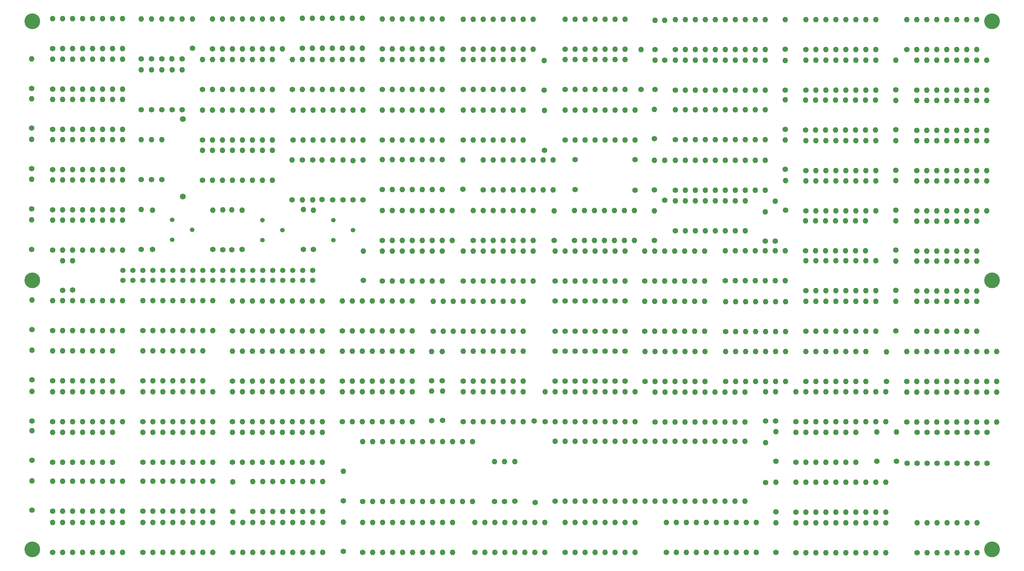
<source format=gbr>
%TF.GenerationSoftware,KiCad,Pcbnew,(5.1.12)-1*%
%TF.CreationDate,2023-01-17T10:30:05+01:00*%
%TF.ProjectId,Graphics,47726170-6869-4637-932e-6b696361645f,rev?*%
%TF.SameCoordinates,Original*%
%TF.FileFunction,Soldermask,Top*%
%TF.FilePolarity,Negative*%
%FSLAX46Y46*%
G04 Gerber Fmt 4.6, Leading zero omitted, Abs format (unit mm)*
G04 Created by KiCad (PCBNEW (5.1.12)-1) date 2023-01-17 10:30:05*
%MOMM*%
%LPD*%
G01*
G04 APERTURE LIST*
%ADD10O,1.400000X1.400000*%
%ADD11C,1.400000*%
%ADD12C,1.500000*%
%ADD13C,1.350000*%
%ADD14O,1.200000X1.200000*%
%ADD15C,4.000000*%
G04 APERTURE END LIST*
D10*
%TO.C,U17*%
X70880000Y-33280000D03*
X88660000Y-40900000D03*
X73420000Y-33280000D03*
X86120000Y-40900000D03*
X75960000Y-33280000D03*
X83580000Y-40900000D03*
X78500000Y-33280000D03*
X81040000Y-40900000D03*
X81040000Y-33280000D03*
X78500000Y-40900000D03*
X83580000Y-33280000D03*
X75960000Y-40900000D03*
X86120000Y-33280000D03*
X73420000Y-40900000D03*
X88660000Y-33280000D03*
D11*
X70880000Y-40900000D03*
%TD*%
D10*
%TO.C,U8*%
X73420000Y-22880000D03*
X91200000Y-30500000D03*
X75960000Y-22880000D03*
X88660000Y-30500000D03*
X78500000Y-22880000D03*
X86120000Y-30500000D03*
X81040000Y-22880000D03*
X83580000Y-30500000D03*
X83580000Y-22880000D03*
X81040000Y-30500000D03*
X86120000Y-22880000D03*
X78500000Y-30500000D03*
X88660000Y-22880000D03*
X75960000Y-30500000D03*
X91200000Y-22880000D03*
D11*
X73420000Y-30500000D03*
%TD*%
D10*
%TO.C,C3*%
X68300000Y-22900000D03*
D11*
X68300000Y-30400000D03*
%TD*%
D10*
%TO.C,R1*%
X65700000Y-22940000D03*
D11*
X65700000Y-33100000D03*
%TD*%
D10*
%TO.C,R2*%
X63090000Y-33100000D03*
D11*
X63090000Y-22940000D03*
%TD*%
D10*
%TO.C,R4*%
X57900000Y-22940000D03*
D11*
X57900000Y-33100000D03*
%TD*%
D10*
%TO.C,R3*%
X60500000Y-22940000D03*
D11*
X60500000Y-33100000D03*
%TD*%
D10*
%TO.C,R5*%
X55300000Y-22940000D03*
D11*
X55300000Y-33100000D03*
%TD*%
D10*
%TO.C,U9*%
X32750000Y-22820000D03*
X50530000Y-30440000D03*
X35290000Y-22820000D03*
X47990000Y-30440000D03*
X37830000Y-22820000D03*
X45450000Y-30440000D03*
X40370000Y-22820000D03*
X42910000Y-30440000D03*
X42910000Y-22820000D03*
X40370000Y-30440000D03*
X45450000Y-22820000D03*
X37830000Y-30440000D03*
X47990000Y-22820000D03*
X35290000Y-30440000D03*
X50530000Y-22820000D03*
D11*
X32750000Y-30440000D03*
%TD*%
D10*
%TO.C,U18*%
X32760000Y-33160000D03*
X50540000Y-40780000D03*
X35300000Y-33160000D03*
X48000000Y-40780000D03*
X37840000Y-33160000D03*
X45460000Y-40780000D03*
X40380000Y-33160000D03*
X42920000Y-40780000D03*
X42920000Y-33160000D03*
X40380000Y-40780000D03*
X45460000Y-33160000D03*
X37840000Y-40780000D03*
X48000000Y-33160000D03*
X35300000Y-40780000D03*
X50540000Y-33160000D03*
D11*
X32760000Y-40780000D03*
%TD*%
D10*
%TO.C,R11*%
X55300000Y-35840000D03*
D11*
X55300000Y-46000000D03*
%TD*%
D10*
%TO.C,R10*%
X57900000Y-35840000D03*
D11*
X57900000Y-46000000D03*
%TD*%
D10*
%TO.C,R9*%
X60510000Y-35840000D03*
D11*
X60510000Y-46000000D03*
%TD*%
D10*
%TO.C,R8*%
X63170000Y-35840000D03*
D11*
X63170000Y-46000000D03*
%TD*%
D10*
%TO.C,R7*%
X65700000Y-35840000D03*
D11*
X65700000Y-46000000D03*
%TD*%
D10*
%TO.C,C8*%
X27475000Y-33075000D03*
D11*
X27475000Y-40575000D03*
%TD*%
D10*
%TO.C,U27*%
X32740000Y-43440000D03*
X50520000Y-51060000D03*
X35280000Y-43440000D03*
X47980000Y-51060000D03*
X37820000Y-43440000D03*
X45440000Y-51060000D03*
X40360000Y-43440000D03*
X42900000Y-51060000D03*
X42900000Y-43440000D03*
X40360000Y-51060000D03*
X45440000Y-43440000D03*
X37820000Y-51060000D03*
X47980000Y-43440000D03*
X35280000Y-51060000D03*
X50520000Y-43440000D03*
D11*
X32740000Y-51060000D03*
%TD*%
D10*
%TO.C,C12*%
X27450000Y-43225000D03*
D11*
X27450000Y-50725000D03*
%TD*%
D10*
%TO.C,U26*%
X70880000Y-46080000D03*
X88660000Y-53700000D03*
X73420000Y-46080000D03*
X86120000Y-53700000D03*
X75960000Y-46080000D03*
X83580000Y-53700000D03*
X78500000Y-46080000D03*
X81040000Y-53700000D03*
X81040000Y-46080000D03*
X78500000Y-53700000D03*
X83580000Y-46080000D03*
X75960000Y-53700000D03*
X86120000Y-46080000D03*
X73420000Y-53700000D03*
X88660000Y-46080000D03*
D11*
X70880000Y-53700000D03*
%TD*%
D10*
%TO.C,U34*%
X70870000Y-56400000D03*
X88650000Y-64020000D03*
X73410000Y-56400000D03*
X86110000Y-64020000D03*
X75950000Y-56400000D03*
X83570000Y-64020000D03*
X78490000Y-56400000D03*
X81030000Y-64020000D03*
X81030000Y-56400000D03*
X78490000Y-64020000D03*
X83570000Y-56400000D03*
X75950000Y-64020000D03*
X86110000Y-56400000D03*
X73410000Y-64020000D03*
X88650000Y-56400000D03*
D11*
X70870000Y-64020000D03*
%TD*%
D12*
%TO.C,R29*%
X65900000Y-48400000D03*
X65900000Y-68100000D03*
%TD*%
D10*
%TO.C,R16*%
X60560000Y-53640000D03*
D11*
X60560000Y-63800000D03*
%TD*%
D10*
%TO.C,R17*%
X57900000Y-53640000D03*
D11*
X57900000Y-63800000D03*
%TD*%
D10*
%TO.C,R18*%
X55300000Y-53640000D03*
D11*
X55300000Y-63800000D03*
%TD*%
D10*
%TO.C,U35*%
X32730000Y-53650000D03*
X50510000Y-61270000D03*
X35270000Y-53650000D03*
X47970000Y-61270000D03*
X37810000Y-53650000D03*
X45430000Y-61270000D03*
X40350000Y-53650000D03*
X42890000Y-61270000D03*
X42890000Y-53650000D03*
X40350000Y-61270000D03*
X45430000Y-53650000D03*
X37810000Y-61270000D03*
X47970000Y-53650000D03*
X35270000Y-61270000D03*
X50510000Y-53650000D03*
D11*
X32730000Y-61270000D03*
%TD*%
D10*
%TO.C,C19*%
X27475000Y-53550000D03*
D11*
X27475000Y-61050000D03*
%TD*%
D10*
%TO.C,C20*%
X27475000Y-63750000D03*
D11*
X27475000Y-71250000D03*
%TD*%
D10*
%TO.C,U44*%
X32750000Y-63920000D03*
X50530000Y-71540000D03*
X35290000Y-63920000D03*
X47990000Y-71540000D03*
X37830000Y-63920000D03*
X45450000Y-71540000D03*
X40370000Y-63920000D03*
X42910000Y-71540000D03*
X42910000Y-63920000D03*
X40370000Y-71540000D03*
X45450000Y-63920000D03*
X37830000Y-71540000D03*
X47990000Y-63920000D03*
X35290000Y-71540000D03*
X50530000Y-63920000D03*
D11*
X32750000Y-71540000D03*
%TD*%
D10*
%TO.C,C30*%
X27475000Y-74075000D03*
D11*
X27475000Y-81575000D03*
%TD*%
D10*
%TO.C,U52*%
X32750000Y-74160000D03*
X50530000Y-81780000D03*
X35290000Y-74160000D03*
X47990000Y-81780000D03*
X37830000Y-74160000D03*
X45450000Y-81780000D03*
X40370000Y-74160000D03*
X42910000Y-81780000D03*
X42910000Y-74160000D03*
X40370000Y-81780000D03*
X45450000Y-74160000D03*
X37830000Y-81780000D03*
X47990000Y-74160000D03*
X35290000Y-81780000D03*
X50530000Y-74160000D03*
D11*
X32750000Y-81780000D03*
%TD*%
D10*
%TO.C,C27*%
X80910000Y-71590000D03*
D11*
X80910000Y-81590000D03*
%TD*%
D10*
%TO.C,R23*%
X78300000Y-71540000D03*
D11*
X78300000Y-81700000D03*
%TD*%
D10*
%TO.C,R24*%
X76020000Y-71550000D03*
D11*
X76020000Y-81710000D03*
%TD*%
D10*
%TO.C,C28*%
X73510000Y-71610000D03*
D11*
X73510000Y-81610000D03*
%TD*%
D10*
%TO.C,C29*%
X58170000Y-71610000D03*
D11*
X58170000Y-81610000D03*
%TD*%
D10*
%TO.C,R20*%
X55320000Y-71450000D03*
D11*
X55320000Y-81610000D03*
%TD*%
D10*
%TO.C,C35*%
X35290000Y-84470000D03*
D11*
X35290000Y-91970000D03*
%TD*%
D10*
%TO.C,C34*%
X37840000Y-84460000D03*
D11*
X37840000Y-91960000D03*
%TD*%
D10*
%TO.C,U100*%
X78550000Y-151100000D03*
X101410000Y-158720000D03*
X81090000Y-151100000D03*
X98870000Y-158720000D03*
X83630000Y-151100000D03*
X96330000Y-158720000D03*
X86170000Y-151100000D03*
X93790000Y-158720000D03*
X88710000Y-151100000D03*
X91250000Y-158720000D03*
X91250000Y-151100000D03*
X88710000Y-158720000D03*
X93790000Y-151100000D03*
X86170000Y-158720000D03*
X96330000Y-151100000D03*
X83630000Y-158720000D03*
X98870000Y-151100000D03*
X81090000Y-158720000D03*
X101410000Y-151100000D03*
D11*
X78550000Y-158720000D03*
%TD*%
D10*
%TO.C,U91*%
X83630000Y-140680000D03*
X101410000Y-148300000D03*
X86170000Y-140680000D03*
X98870000Y-148300000D03*
X88710000Y-140680000D03*
X96330000Y-148300000D03*
X91250000Y-140680000D03*
X93790000Y-148300000D03*
X93790000Y-140680000D03*
X91250000Y-148300000D03*
X96330000Y-140680000D03*
X88710000Y-148300000D03*
X98870000Y-140680000D03*
X86170000Y-148300000D03*
X101410000Y-140680000D03*
D11*
X83630000Y-148300000D03*
%TD*%
D10*
%TO.C,C53*%
X78600000Y-140810000D03*
D11*
X78600000Y-148310000D03*
%TD*%
D10*
%TO.C,U101*%
X55690000Y-151090000D03*
X73470000Y-158710000D03*
X58230000Y-151090000D03*
X70930000Y-158710000D03*
X60770000Y-151090000D03*
X68390000Y-158710000D03*
X63310000Y-151090000D03*
X65850000Y-158710000D03*
X65850000Y-151090000D03*
X63310000Y-158710000D03*
X68390000Y-151090000D03*
X60770000Y-158710000D03*
X70930000Y-151090000D03*
X58230000Y-158710000D03*
X73470000Y-151090000D03*
D11*
X55690000Y-158710000D03*
%TD*%
D10*
%TO.C,U92*%
X55700000Y-140630000D03*
X73480000Y-148250000D03*
X58240000Y-140630000D03*
X70940000Y-148250000D03*
X60780000Y-140630000D03*
X68400000Y-148250000D03*
X63320000Y-140630000D03*
X65860000Y-148250000D03*
X65860000Y-140630000D03*
X63320000Y-148250000D03*
X68400000Y-140630000D03*
X60780000Y-148250000D03*
X70940000Y-140630000D03*
X58240000Y-148250000D03*
X73480000Y-140630000D03*
D11*
X55700000Y-148250000D03*
%TD*%
D10*
%TO.C,U93*%
X32780000Y-140620000D03*
X50560000Y-148240000D03*
X35320000Y-140620000D03*
X48020000Y-148240000D03*
X37860000Y-140620000D03*
X45480000Y-148240000D03*
X40400000Y-140620000D03*
X42940000Y-148240000D03*
X42940000Y-140620000D03*
X40400000Y-148240000D03*
X45480000Y-140620000D03*
X37860000Y-148240000D03*
X48020000Y-140620000D03*
X35320000Y-148240000D03*
X50560000Y-140620000D03*
D11*
X32780000Y-148240000D03*
%TD*%
D10*
%TO.C,U102*%
X32780000Y-151090000D03*
X50560000Y-158710000D03*
X35320000Y-151090000D03*
X48020000Y-158710000D03*
X37860000Y-151090000D03*
X45480000Y-158710000D03*
X40400000Y-151090000D03*
X42940000Y-158710000D03*
X42940000Y-151090000D03*
X40400000Y-158710000D03*
X45480000Y-151090000D03*
X37860000Y-158710000D03*
X48020000Y-151090000D03*
X35320000Y-158710000D03*
X50560000Y-151090000D03*
D11*
X32780000Y-158710000D03*
%TD*%
D10*
%TO.C,C54*%
X27500000Y-140500000D03*
D11*
X27500000Y-148000000D03*
%TD*%
D10*
%TO.C,U81*%
X32780000Y-117840000D03*
X50560000Y-125460000D03*
X35320000Y-117840000D03*
X48020000Y-125460000D03*
X37860000Y-117840000D03*
X45480000Y-125460000D03*
X40400000Y-117840000D03*
X42940000Y-125460000D03*
X42940000Y-117840000D03*
X40400000Y-125460000D03*
X45480000Y-117840000D03*
X37860000Y-125460000D03*
X48020000Y-117840000D03*
X35320000Y-125460000D03*
X50560000Y-117840000D03*
D11*
X32780000Y-125460000D03*
%TD*%
D10*
%TO.C,C46*%
X27500000Y-117750000D03*
D11*
X27500000Y-125250000D03*
%TD*%
D10*
%TO.C,C58*%
X27500000Y-127750000D03*
D11*
X27500000Y-135250000D03*
%TD*%
D10*
%TO.C,U88*%
X32750000Y-128150000D03*
X47990000Y-135770000D03*
X35290000Y-128150000D03*
X45450000Y-135770000D03*
X37830000Y-128150000D03*
X42910000Y-135770000D03*
X40370000Y-128150000D03*
X40370000Y-135770000D03*
X42910000Y-128150000D03*
X37830000Y-135770000D03*
X45450000Y-128150000D03*
X35290000Y-135770000D03*
X47990000Y-128150000D03*
D11*
X32750000Y-135770000D03*
%TD*%
D10*
%TO.C,U87*%
X55690000Y-128170000D03*
X73470000Y-135790000D03*
X58230000Y-128170000D03*
X70930000Y-135790000D03*
X60770000Y-128170000D03*
X68390000Y-135790000D03*
X63310000Y-128170000D03*
X65850000Y-135790000D03*
X65850000Y-128170000D03*
X63310000Y-135790000D03*
X68390000Y-128170000D03*
X60770000Y-135790000D03*
X70930000Y-128170000D03*
X58230000Y-135790000D03*
X73470000Y-128170000D03*
D11*
X55690000Y-135790000D03*
%TD*%
D10*
%TO.C,U86*%
X78520000Y-128180000D03*
X101380000Y-135800000D03*
X81060000Y-128180000D03*
X98840000Y-135800000D03*
X83600000Y-128180000D03*
X96300000Y-135800000D03*
X86140000Y-128180000D03*
X93760000Y-135800000D03*
X88680000Y-128180000D03*
X91220000Y-135800000D03*
X91220000Y-128180000D03*
X88680000Y-135800000D03*
X93760000Y-128180000D03*
X86140000Y-135800000D03*
X96300000Y-128180000D03*
X83600000Y-135800000D03*
X98840000Y-128180000D03*
X81060000Y-135800000D03*
X101380000Y-128180000D03*
D11*
X78520000Y-135800000D03*
%TD*%
D10*
%TO.C,U80*%
X55700000Y-117850000D03*
X73480000Y-125470000D03*
X58240000Y-117850000D03*
X70940000Y-125470000D03*
X60780000Y-117850000D03*
X68400000Y-125470000D03*
X63320000Y-117850000D03*
X65860000Y-125470000D03*
X65860000Y-117850000D03*
X63320000Y-125470000D03*
X68400000Y-117850000D03*
X60780000Y-125470000D03*
X70940000Y-117850000D03*
X58240000Y-125470000D03*
X73480000Y-117850000D03*
D11*
X55700000Y-125470000D03*
%TD*%
D10*
%TO.C,U79*%
X78520000Y-117860000D03*
X101380000Y-125480000D03*
X81060000Y-117860000D03*
X98840000Y-125480000D03*
X83600000Y-117860000D03*
X96300000Y-125480000D03*
X86140000Y-117860000D03*
X93760000Y-125480000D03*
X88680000Y-117860000D03*
X91220000Y-125480000D03*
X91220000Y-117860000D03*
X88680000Y-125480000D03*
X93760000Y-117860000D03*
X86140000Y-125480000D03*
X96300000Y-117860000D03*
X83600000Y-125480000D03*
X98840000Y-117860000D03*
X81060000Y-125480000D03*
X101380000Y-117860000D03*
D11*
X78520000Y-125480000D03*
%TD*%
D10*
%TO.C,U70*%
X78520000Y-107480000D03*
X101380000Y-115100000D03*
X81060000Y-107480000D03*
X98840000Y-115100000D03*
X83600000Y-107480000D03*
X96300000Y-115100000D03*
X86140000Y-107480000D03*
X93760000Y-115100000D03*
X88680000Y-107480000D03*
X91220000Y-115100000D03*
X91220000Y-107480000D03*
X88680000Y-115100000D03*
X93760000Y-107480000D03*
X86140000Y-115100000D03*
X96300000Y-107480000D03*
X83600000Y-115100000D03*
X98840000Y-107480000D03*
X81060000Y-115100000D03*
X101380000Y-107480000D03*
D11*
X78520000Y-115100000D03*
%TD*%
D10*
%TO.C,U71*%
X55700000Y-107380000D03*
X70940000Y-115000000D03*
X58240000Y-107380000D03*
X68400000Y-115000000D03*
X60780000Y-107380000D03*
X65860000Y-115000000D03*
X63320000Y-107380000D03*
X63320000Y-115000000D03*
X65860000Y-107380000D03*
X60780000Y-115000000D03*
X68400000Y-107380000D03*
X58240000Y-115000000D03*
X70940000Y-107380000D03*
D11*
X55700000Y-115000000D03*
%TD*%
D10*
%TO.C,U72*%
X32750000Y-107380000D03*
X47990000Y-115000000D03*
X35290000Y-107380000D03*
X45450000Y-115000000D03*
X37830000Y-107380000D03*
X42910000Y-115000000D03*
X40370000Y-107380000D03*
X40370000Y-115000000D03*
X42910000Y-107380000D03*
X37830000Y-115000000D03*
X45450000Y-107380000D03*
X35290000Y-115000000D03*
X47990000Y-107380000D03*
D11*
X32750000Y-115000000D03*
%TD*%
D10*
%TO.C,C41*%
X27500000Y-107250000D03*
D11*
X27500000Y-114750000D03*
%TD*%
D10*
%TO.C,C37*%
X27500000Y-94500000D03*
D11*
X27500000Y-102000000D03*
%TD*%
D10*
%TO.C,U62*%
X32750000Y-94650000D03*
X50530000Y-102270000D03*
X35290000Y-94650000D03*
X47990000Y-102270000D03*
X37830000Y-94650000D03*
X45450000Y-102270000D03*
X40370000Y-94650000D03*
X42910000Y-102270000D03*
X42910000Y-94650000D03*
X40370000Y-102270000D03*
X45450000Y-94650000D03*
X37830000Y-102270000D03*
X47990000Y-94650000D03*
X35290000Y-102270000D03*
X50530000Y-94650000D03*
D11*
X32750000Y-102270000D03*
%TD*%
D10*
%TO.C,U61*%
X55700000Y-94650000D03*
X73480000Y-102270000D03*
X58240000Y-94650000D03*
X70940000Y-102270000D03*
X60780000Y-94650000D03*
X68400000Y-102270000D03*
X63320000Y-94650000D03*
X65860000Y-102270000D03*
X65860000Y-94650000D03*
X63320000Y-102270000D03*
X68400000Y-94650000D03*
X60780000Y-102270000D03*
X70940000Y-94650000D03*
X58240000Y-102270000D03*
X73480000Y-94650000D03*
D11*
X55700000Y-102270000D03*
%TD*%
D10*
%TO.C,U60*%
X78520000Y-94680000D03*
X101380000Y-102300000D03*
X81060000Y-94680000D03*
X98840000Y-102300000D03*
X83600000Y-94680000D03*
X96300000Y-102300000D03*
X86140000Y-94680000D03*
X93760000Y-102300000D03*
X88680000Y-94680000D03*
X91220000Y-102300000D03*
X91220000Y-94680000D03*
X88680000Y-102300000D03*
X93760000Y-94680000D03*
X86140000Y-102300000D03*
X96300000Y-94680000D03*
X83600000Y-102300000D03*
X98840000Y-94680000D03*
X81060000Y-102300000D03*
X101380000Y-94680000D03*
D11*
X78520000Y-102300000D03*
%TD*%
D10*
%TO.C,U59*%
X106450000Y-94680000D03*
X124230000Y-102300000D03*
X108990000Y-94680000D03*
X121690000Y-102300000D03*
X111530000Y-94680000D03*
X119150000Y-102300000D03*
X114070000Y-94680000D03*
X116610000Y-102300000D03*
X116610000Y-94680000D03*
X114070000Y-102300000D03*
X119150000Y-94680000D03*
X111530000Y-102300000D03*
X121690000Y-94680000D03*
X108990000Y-102300000D03*
X124230000Y-94680000D03*
D11*
X106450000Y-102300000D03*
%TD*%
D10*
%TO.C,U58*%
X129500000Y-94760000D03*
X152360000Y-102380000D03*
X132040000Y-94760000D03*
X149820000Y-102380000D03*
X134580000Y-94760000D03*
X147280000Y-102380000D03*
X137120000Y-94760000D03*
X144740000Y-102380000D03*
X139660000Y-94760000D03*
X142200000Y-102380000D03*
X142200000Y-94760000D03*
X139660000Y-102380000D03*
X144740000Y-94760000D03*
X137120000Y-102380000D03*
X147280000Y-94760000D03*
X134580000Y-102380000D03*
X149820000Y-94760000D03*
X132040000Y-102380000D03*
X152360000Y-94760000D03*
D11*
X129500000Y-102380000D03*
%TD*%
D10*
%TO.C,U68*%
X137120000Y-107480000D03*
X152360000Y-115100000D03*
X139660000Y-107480000D03*
X149820000Y-115100000D03*
X142200000Y-107480000D03*
X147280000Y-115100000D03*
X144740000Y-107480000D03*
X144740000Y-115100000D03*
X147280000Y-107480000D03*
X142200000Y-115100000D03*
X149820000Y-107480000D03*
X139660000Y-115100000D03*
X152360000Y-107480000D03*
D11*
X137120000Y-115100000D03*
%TD*%
D10*
%TO.C,C39*%
X131860000Y-107570000D03*
D11*
X131860000Y-115070000D03*
%TD*%
D10*
%TO.C,C40*%
X129130000Y-107570000D03*
D11*
X129130000Y-115070000D03*
%TD*%
D10*
%TO.C,U69*%
X106450000Y-107490000D03*
X124230000Y-115110000D03*
X108990000Y-107490000D03*
X121690000Y-115110000D03*
X111530000Y-107490000D03*
X119150000Y-115110000D03*
X114070000Y-107490000D03*
X116610000Y-115110000D03*
X116610000Y-107490000D03*
X114070000Y-115110000D03*
X119150000Y-107490000D03*
X111530000Y-115110000D03*
X121690000Y-107490000D03*
X108990000Y-115110000D03*
X124230000Y-107490000D03*
D11*
X106450000Y-115110000D03*
%TD*%
D10*
%TO.C,U78*%
X106460000Y-117860000D03*
X124240000Y-125480000D03*
X109000000Y-117860000D03*
X121700000Y-125480000D03*
X111540000Y-117860000D03*
X119160000Y-125480000D03*
X114080000Y-117860000D03*
X116620000Y-125480000D03*
X116620000Y-117860000D03*
X114080000Y-125480000D03*
X119160000Y-117860000D03*
X111540000Y-125480000D03*
X121700000Y-117860000D03*
X109000000Y-125480000D03*
X124240000Y-117860000D03*
D11*
X106460000Y-125480000D03*
%TD*%
D10*
%TO.C,C45*%
X129140000Y-117660000D03*
D11*
X129140000Y-125160000D03*
%TD*%
D10*
%TO.C,C44*%
X131890000Y-117640000D03*
D11*
X131890000Y-125140000D03*
%TD*%
D10*
%TO.C,U77*%
X137120000Y-117860000D03*
X152360000Y-125480000D03*
X139660000Y-117860000D03*
X149820000Y-125480000D03*
X142200000Y-117860000D03*
X147280000Y-125480000D03*
X144740000Y-117860000D03*
X144740000Y-125480000D03*
X147280000Y-117860000D03*
X142200000Y-125480000D03*
X149820000Y-117860000D03*
X139660000Y-125480000D03*
X152360000Y-117860000D03*
D11*
X137120000Y-125480000D03*
%TD*%
D10*
%TO.C,C52*%
X106670000Y-138100000D03*
D11*
X106670000Y-145600000D03*
%TD*%
D10*
%TO.C,C57*%
X106700000Y-151000000D03*
D11*
X106700000Y-158500000D03*
%TD*%
D10*
%TO.C,U85*%
X111550000Y-130560000D03*
X139490000Y-145800000D03*
X114090000Y-130560000D03*
X136950000Y-145800000D03*
X116630000Y-130560000D03*
X134410000Y-145800000D03*
X119170000Y-130560000D03*
X131870000Y-145800000D03*
X121710000Y-130560000D03*
X129330000Y-145800000D03*
X124250000Y-130560000D03*
X126790000Y-145800000D03*
X126790000Y-130560000D03*
X124250000Y-145800000D03*
X129330000Y-130560000D03*
X121710000Y-145800000D03*
X131870000Y-130560000D03*
X119170000Y-145800000D03*
X134410000Y-130560000D03*
X116630000Y-145800000D03*
X136950000Y-130560000D03*
X114090000Y-145800000D03*
X139490000Y-130560000D03*
D11*
X111550000Y-145800000D03*
%TD*%
D10*
%TO.C,R28*%
X145100000Y-135640000D03*
D11*
X145100000Y-145800000D03*
%TD*%
D10*
%TO.C,R27*%
X147700000Y-135640000D03*
D11*
X147700000Y-145800000D03*
%TD*%
D10*
%TO.C,C51*%
X150280000Y-135650000D03*
D11*
X150280000Y-145650000D03*
%TD*%
D10*
%TO.C,U99*%
X111550000Y-151070000D03*
X134410000Y-158690000D03*
X114090000Y-151070000D03*
X131870000Y-158690000D03*
X116630000Y-151070000D03*
X129330000Y-158690000D03*
X119170000Y-151070000D03*
X126790000Y-158690000D03*
X121710000Y-151070000D03*
X124250000Y-158690000D03*
X124250000Y-151070000D03*
X121710000Y-158690000D03*
X126790000Y-151070000D03*
X119170000Y-158690000D03*
X129330000Y-151070000D03*
X116630000Y-158690000D03*
X131870000Y-151070000D03*
X114090000Y-158690000D03*
X134410000Y-151070000D03*
D11*
X111550000Y-158690000D03*
%TD*%
D10*
%TO.C,U98*%
X140100000Y-151080000D03*
X157880000Y-158700000D03*
X142640000Y-151080000D03*
X155340000Y-158700000D03*
X145180000Y-151080000D03*
X152800000Y-158700000D03*
X147720000Y-151080000D03*
X150260000Y-158700000D03*
X150260000Y-151080000D03*
X147720000Y-158700000D03*
X152800000Y-151080000D03*
X145180000Y-158700000D03*
X155340000Y-151080000D03*
X142640000Y-158700000D03*
X157880000Y-151080000D03*
D11*
X140100000Y-158700000D03*
%TD*%
D10*
%TO.C,U97*%
X163040000Y-151080000D03*
X180820000Y-158700000D03*
X165580000Y-151080000D03*
X178280000Y-158700000D03*
X168120000Y-151080000D03*
X175740000Y-158700000D03*
X170660000Y-151080000D03*
X173200000Y-158700000D03*
X173200000Y-151080000D03*
X170660000Y-158700000D03*
X175740000Y-151080000D03*
X168120000Y-158700000D03*
X178280000Y-151080000D03*
X165580000Y-158700000D03*
X180820000Y-151080000D03*
D11*
X163040000Y-158700000D03*
%TD*%
%TO.C,C50*%
X155420000Y-146040000D03*
X155200000Y-125300000D03*
%TD*%
D10*
%TO.C,U76*%
X157960000Y-117860000D03*
X180820000Y-125480000D03*
X160500000Y-117860000D03*
X178280000Y-125480000D03*
X163040000Y-117860000D03*
X175740000Y-125480000D03*
X165580000Y-117860000D03*
X173200000Y-125480000D03*
X168120000Y-117860000D03*
X170660000Y-125480000D03*
X170660000Y-117860000D03*
X168120000Y-125480000D03*
X173200000Y-117860000D03*
X165580000Y-125480000D03*
X175740000Y-117860000D03*
X163040000Y-125480000D03*
X178280000Y-117860000D03*
X160500000Y-125480000D03*
X180820000Y-117860000D03*
D11*
X157960000Y-125480000D03*
%TD*%
%TO.C,RN3*%
X178280000Y-115100000D03*
X175740000Y-115100000D03*
X173200000Y-115100000D03*
X170660000Y-115100000D03*
X168120000Y-115100000D03*
X165580000Y-115100000D03*
X163040000Y-115100000D03*
X160500000Y-115100000D03*
%TD*%
%TO.C,RN4*%
X160500000Y-107480000D03*
X163040000Y-107480000D03*
X165580000Y-107480000D03*
X168120000Y-107480000D03*
X170660000Y-107480000D03*
X173200000Y-107480000D03*
X175740000Y-107480000D03*
X178280000Y-107480000D03*
%TD*%
%TO.C,RN1*%
X160490000Y-102430000D03*
X163030000Y-102430000D03*
X165570000Y-102430000D03*
X168110000Y-102430000D03*
X170650000Y-102430000D03*
X173190000Y-102430000D03*
X175730000Y-102430000D03*
X178270000Y-102430000D03*
%TD*%
%TO.C,RN2*%
X178270000Y-94740000D03*
X175730000Y-94740000D03*
X173190000Y-94740000D03*
X170650000Y-94740000D03*
X168110000Y-94740000D03*
X165570000Y-94740000D03*
X163030000Y-94740000D03*
X160490000Y-94740000D03*
%TD*%
D10*
%TO.C,U49*%
X160490000Y-82010000D03*
X178270000Y-89630000D03*
X163030000Y-82010000D03*
X175730000Y-89630000D03*
X165570000Y-82010000D03*
X173190000Y-89630000D03*
X168110000Y-82010000D03*
X170650000Y-89630000D03*
X170650000Y-82010000D03*
X168110000Y-89630000D03*
X173190000Y-82010000D03*
X165570000Y-89630000D03*
X175730000Y-82010000D03*
X163030000Y-89630000D03*
X178270000Y-82010000D03*
D11*
X160490000Y-89630000D03*
%TD*%
D10*
%TO.C,U50*%
X137130000Y-81990000D03*
X154910000Y-89610000D03*
X139670000Y-81990000D03*
X152370000Y-89610000D03*
X142210000Y-81990000D03*
X149830000Y-89610000D03*
X144750000Y-81990000D03*
X147290000Y-89610000D03*
X147290000Y-81990000D03*
X144750000Y-89610000D03*
X149830000Y-81990000D03*
X142210000Y-89610000D03*
X152370000Y-81990000D03*
X139670000Y-89610000D03*
X154910000Y-81990000D03*
D11*
X137130000Y-89610000D03*
%TD*%
D10*
%TO.C,U51*%
X116610000Y-81990000D03*
X131850000Y-89610000D03*
X119150000Y-81990000D03*
X129310000Y-89610000D03*
X121690000Y-81990000D03*
X126770000Y-89610000D03*
X124230000Y-81990000D03*
X124230000Y-89610000D03*
X126770000Y-81990000D03*
X121690000Y-89610000D03*
X129310000Y-81990000D03*
X119150000Y-89610000D03*
X131850000Y-81990000D03*
D11*
X116610000Y-89610000D03*
%TD*%
D10*
%TO.C,C33*%
X111800000Y-82000000D03*
D11*
X111800000Y-89500000D03*
%TD*%
D13*
%TO.C,J1*%
X50590000Y-89500000D03*
X50590000Y-86960000D03*
X53130000Y-89500000D03*
X53130000Y-86960000D03*
X55670000Y-89500000D03*
X55670000Y-86960000D03*
X58210000Y-89500000D03*
X58210000Y-86960000D03*
X60750000Y-89500000D03*
X60750000Y-86960000D03*
X63290000Y-89500000D03*
X63290000Y-86960000D03*
X65830000Y-89500000D03*
X65830000Y-86960000D03*
X68370000Y-89500000D03*
X68370000Y-86960000D03*
X70910000Y-89500000D03*
X70910000Y-86960000D03*
X73450000Y-89500000D03*
X73450000Y-86960000D03*
X75990000Y-89500000D03*
X75990000Y-86960000D03*
X78530000Y-89500000D03*
X78530000Y-86960000D03*
X81070000Y-89500000D03*
X81070000Y-86960000D03*
X83610000Y-89500000D03*
X83610000Y-86960000D03*
X86150000Y-89500000D03*
X86150000Y-86960000D03*
X88690000Y-89500000D03*
X88690000Y-86960000D03*
X91230000Y-89500000D03*
X91230000Y-86960000D03*
X93770000Y-89500000D03*
X93770000Y-86960000D03*
X96310000Y-89500000D03*
X96310000Y-86960000D03*
X98850000Y-89500000D03*
X98850000Y-86960000D03*
%TD*%
D10*
%TO.C,U41*%
X165450000Y-71700000D03*
X180690000Y-79320000D03*
X167990000Y-71700000D03*
X178150000Y-79320000D03*
X170530000Y-71700000D03*
X175610000Y-79320000D03*
X173070000Y-71700000D03*
X173070000Y-79320000D03*
X175610000Y-71700000D03*
X170530000Y-79320000D03*
X178150000Y-71700000D03*
X167990000Y-79320000D03*
X180690000Y-71700000D03*
D11*
X165450000Y-79320000D03*
%TD*%
D10*
%TO.C,C25*%
X160300000Y-71800000D03*
D11*
X160300000Y-79300000D03*
%TD*%
D10*
%TO.C,U42*%
X139680000Y-71680000D03*
X154920000Y-79300000D03*
X142220000Y-71680000D03*
X152380000Y-79300000D03*
X144760000Y-71680000D03*
X149840000Y-79300000D03*
X147300000Y-71680000D03*
X147300000Y-79300000D03*
X149840000Y-71680000D03*
X144760000Y-79300000D03*
X152380000Y-71680000D03*
X142220000Y-79300000D03*
X154920000Y-71680000D03*
D11*
X139680000Y-79300000D03*
%TD*%
D10*
%TO.C,U43*%
X116610000Y-71670000D03*
X134390000Y-79290000D03*
X119150000Y-71670000D03*
X131850000Y-79290000D03*
X121690000Y-71670000D03*
X129310000Y-79290000D03*
X124230000Y-71670000D03*
X126770000Y-79290000D03*
X126770000Y-71670000D03*
X124230000Y-79290000D03*
X129310000Y-71670000D03*
X121690000Y-79290000D03*
X131850000Y-71670000D03*
X119150000Y-79290000D03*
X134390000Y-71670000D03*
D11*
X116610000Y-79290000D03*
%TD*%
D10*
%TO.C,C26*%
X99050000Y-71580000D03*
D11*
X99050000Y-81580000D03*
%TD*%
D10*
%TO.C,R22*%
X96510000Y-71420000D03*
D11*
X96510000Y-81580000D03*
%TD*%
%TO.C,U31*%
X180820000Y-66540000D03*
X180830000Y-58750000D03*
X165590000Y-58750000D03*
X165590000Y-66370000D03*
%TD*%
D10*
%TO.C,U32*%
X142210000Y-58780000D03*
X159990000Y-66400000D03*
X144750000Y-58780000D03*
X157450000Y-66400000D03*
X147290000Y-58780000D03*
X154910000Y-66400000D03*
X149830000Y-58780000D03*
X152370000Y-66400000D03*
X152370000Y-58780000D03*
X149830000Y-66400000D03*
X154910000Y-58780000D03*
X147290000Y-66400000D03*
X157450000Y-58780000D03*
X144750000Y-66400000D03*
X159990000Y-58780000D03*
D11*
X142210000Y-66400000D03*
%TD*%
D10*
%TO.C,C16*%
X137100000Y-58780000D03*
D11*
X137100000Y-66280000D03*
%TD*%
D10*
%TO.C,U33*%
X116610000Y-58760000D03*
X131850000Y-66380000D03*
X119150000Y-58760000D03*
X129310000Y-66380000D03*
X121690000Y-58760000D03*
X126770000Y-66380000D03*
X124230000Y-58760000D03*
X124230000Y-66380000D03*
X126770000Y-58760000D03*
X121690000Y-66380000D03*
X129310000Y-58760000D03*
X119150000Y-66380000D03*
X131850000Y-58760000D03*
D11*
X116610000Y-66380000D03*
%TD*%
D10*
%TO.C,R12*%
X111700000Y-58840000D03*
D11*
X111700000Y-69000000D03*
%TD*%
D10*
%TO.C,C17*%
X109100000Y-59000000D03*
D11*
X109100000Y-69000000D03*
%TD*%
D10*
%TO.C,R13*%
X106600000Y-58850000D03*
D11*
X106600000Y-69010000D03*
%TD*%
D10*
%TO.C,R14*%
X104000000Y-58850000D03*
D11*
X104000000Y-69010000D03*
%TD*%
D10*
%TO.C,C18*%
X101290000Y-58850000D03*
D11*
X101290000Y-68850000D03*
%TD*%
D10*
%TO.C,D1*%
X98900000Y-69010000D03*
D11*
X98900000Y-58850000D03*
%TD*%
D10*
%TO.C,D2*%
X96300000Y-69010000D03*
D11*
X96300000Y-58850000D03*
%TD*%
D10*
%TO.C,R15*%
X93600000Y-58850000D03*
D11*
X93600000Y-69010000D03*
%TD*%
D10*
%TO.C,U25*%
X93900000Y-46080000D03*
X111680000Y-53700000D03*
X96440000Y-46080000D03*
X109140000Y-53700000D03*
X98980000Y-46080000D03*
X106600000Y-53700000D03*
X101520000Y-46080000D03*
X104060000Y-53700000D03*
X104060000Y-46080000D03*
X101520000Y-53700000D03*
X106600000Y-46080000D03*
X98980000Y-53700000D03*
X109140000Y-46080000D03*
X96440000Y-53700000D03*
X111680000Y-46080000D03*
D11*
X93900000Y-53700000D03*
%TD*%
D10*
%TO.C,U24*%
X116610000Y-46080000D03*
X131850000Y-53700000D03*
X119150000Y-46080000D03*
X129310000Y-53700000D03*
X121690000Y-46080000D03*
X126770000Y-53700000D03*
X124230000Y-46080000D03*
X124230000Y-53700000D03*
X126770000Y-46080000D03*
X121690000Y-53700000D03*
X129310000Y-46080000D03*
X119150000Y-53700000D03*
X131850000Y-46080000D03*
D11*
X116610000Y-53700000D03*
%TD*%
D10*
%TO.C,U23*%
X137140000Y-46080000D03*
X152380000Y-53700000D03*
X139680000Y-46080000D03*
X149840000Y-53700000D03*
X142220000Y-46080000D03*
X147300000Y-53700000D03*
X144760000Y-46080000D03*
X144760000Y-53700000D03*
X147300000Y-46080000D03*
X142220000Y-53700000D03*
X149840000Y-46080000D03*
X139680000Y-53700000D03*
X152380000Y-46080000D03*
D11*
X137140000Y-53700000D03*
%TD*%
D10*
%TO.C,R19*%
X157810000Y-46160000D03*
D11*
X157810000Y-56320000D03*
%TD*%
D10*
%TO.C,U22*%
X163030000Y-46080000D03*
X180810000Y-53700000D03*
X165570000Y-46080000D03*
X178270000Y-53700000D03*
X168110000Y-46080000D03*
X175730000Y-53700000D03*
X170650000Y-46080000D03*
X173190000Y-53700000D03*
X173190000Y-46080000D03*
X170650000Y-53700000D03*
X175730000Y-46080000D03*
X168110000Y-53700000D03*
X178270000Y-46080000D03*
X165570000Y-53700000D03*
X180810000Y-46080000D03*
D11*
X163030000Y-53700000D03*
%TD*%
D10*
%TO.C,U7*%
X96300000Y-22780000D03*
X111540000Y-30400000D03*
X98840000Y-22780000D03*
X109000000Y-30400000D03*
X101380000Y-22780000D03*
X106460000Y-30400000D03*
X103920000Y-22780000D03*
X103920000Y-30400000D03*
X106460000Y-22780000D03*
X101380000Y-30400000D03*
X109000000Y-22780000D03*
X98840000Y-30400000D03*
X111540000Y-22780000D03*
D11*
X96300000Y-30400000D03*
%TD*%
D10*
%TO.C,U15*%
X116610000Y-33280000D03*
X131850000Y-40900000D03*
X119150000Y-33280000D03*
X129310000Y-40900000D03*
X121690000Y-33280000D03*
X126770000Y-40900000D03*
X124230000Y-33280000D03*
X124230000Y-40900000D03*
X126770000Y-33280000D03*
X121690000Y-40900000D03*
X129310000Y-33280000D03*
X119150000Y-40900000D03*
X131850000Y-33280000D03*
D11*
X116610000Y-40900000D03*
%TD*%
D10*
%TO.C,U16*%
X93760000Y-33280000D03*
X111540000Y-40900000D03*
X96300000Y-33280000D03*
X109000000Y-40900000D03*
X98840000Y-33280000D03*
X106460000Y-40900000D03*
X101380000Y-33280000D03*
X103920000Y-40900000D03*
X103920000Y-33280000D03*
X101380000Y-40900000D03*
X106460000Y-33280000D03*
X98840000Y-40900000D03*
X109000000Y-33280000D03*
X96300000Y-40900000D03*
X111540000Y-33280000D03*
D11*
X93760000Y-40900000D03*
%TD*%
D10*
%TO.C,U14*%
X137140000Y-33280000D03*
X152380000Y-40900000D03*
X139680000Y-33280000D03*
X149840000Y-40900000D03*
X142220000Y-33280000D03*
X147300000Y-40900000D03*
X144760000Y-33280000D03*
X144760000Y-40900000D03*
X147300000Y-33280000D03*
X142220000Y-40900000D03*
X149840000Y-33280000D03*
X139680000Y-40900000D03*
X152380000Y-33280000D03*
D11*
X137140000Y-40900000D03*
%TD*%
D10*
%TO.C,C7*%
X157700000Y-33500000D03*
D11*
X157700000Y-41000000D03*
%TD*%
D10*
%TO.C,U13*%
X163030000Y-33280000D03*
X178270000Y-40900000D03*
X165570000Y-33280000D03*
X175730000Y-40900000D03*
X168110000Y-33280000D03*
X173190000Y-40900000D03*
X170650000Y-33280000D03*
X170650000Y-40900000D03*
X173190000Y-33280000D03*
X168110000Y-40900000D03*
X175730000Y-33280000D03*
X165570000Y-40900000D03*
X178270000Y-33280000D03*
D11*
X163030000Y-40900000D03*
%TD*%
D10*
%TO.C,U6*%
X116610000Y-22880000D03*
X131850000Y-30500000D03*
X119150000Y-22880000D03*
X129310000Y-30500000D03*
X121690000Y-22880000D03*
X126770000Y-30500000D03*
X124230000Y-22880000D03*
X124230000Y-30500000D03*
X126770000Y-22880000D03*
X121690000Y-30500000D03*
X129310000Y-22880000D03*
X119150000Y-30500000D03*
X131850000Y-22880000D03*
D11*
X116610000Y-30500000D03*
%TD*%
D10*
%TO.C,U5*%
X137140000Y-22980000D03*
X154920000Y-30600000D03*
X139680000Y-22980000D03*
X152380000Y-30600000D03*
X142220000Y-22980000D03*
X149840000Y-30600000D03*
X144760000Y-22980000D03*
X147300000Y-30600000D03*
X147300000Y-22980000D03*
X144760000Y-30600000D03*
X149840000Y-22980000D03*
X142220000Y-30600000D03*
X152380000Y-22980000D03*
X139680000Y-30600000D03*
X154920000Y-22980000D03*
D11*
X137140000Y-30600000D03*
%TD*%
D10*
%TO.C,U4*%
X163030000Y-22970000D03*
X178270000Y-30590000D03*
X165570000Y-22970000D03*
X175730000Y-30590000D03*
X168110000Y-22970000D03*
X173190000Y-30590000D03*
X170650000Y-22970000D03*
X170650000Y-30590000D03*
X173190000Y-22970000D03*
X168110000Y-30590000D03*
X175730000Y-22970000D03*
X165570000Y-30590000D03*
X178270000Y-22970000D03*
D11*
X163030000Y-30590000D03*
%TD*%
D10*
%TO.C,U96*%
X188800000Y-151080000D03*
X211660000Y-158700000D03*
X191340000Y-151080000D03*
X209120000Y-158700000D03*
X193880000Y-151080000D03*
X206580000Y-158700000D03*
X196420000Y-151080000D03*
X204040000Y-158700000D03*
X198960000Y-151080000D03*
X201500000Y-158700000D03*
X201500000Y-151080000D03*
X198960000Y-158700000D03*
X204040000Y-151080000D03*
X196420000Y-158700000D03*
X206580000Y-151080000D03*
X193880000Y-158700000D03*
X209120000Y-151080000D03*
X191340000Y-158700000D03*
X211660000Y-151080000D03*
D11*
X188800000Y-158700000D03*
%TD*%
D10*
%TO.C,C56*%
X216670000Y-151190000D03*
D11*
X216670000Y-158690000D03*
%TD*%
D10*
%TO.C,C55*%
X216640000Y-140890000D03*
D11*
X216640000Y-148390000D03*
%TD*%
D10*
%TO.C,U84*%
X160500000Y-130460000D03*
X208760000Y-145700000D03*
X163040000Y-130460000D03*
X206220000Y-145700000D03*
X165580000Y-130460000D03*
X203680000Y-145700000D03*
X168120000Y-130460000D03*
X201140000Y-145700000D03*
X170660000Y-130460000D03*
X198600000Y-145700000D03*
X173200000Y-130460000D03*
X196060000Y-145700000D03*
X175740000Y-130460000D03*
X193520000Y-145700000D03*
X178280000Y-130460000D03*
X190980000Y-145700000D03*
X180820000Y-130460000D03*
X188440000Y-145700000D03*
X183360000Y-130460000D03*
X185900000Y-145700000D03*
X185900000Y-130460000D03*
X183360000Y-145700000D03*
X188440000Y-130460000D03*
X180820000Y-145700000D03*
X190980000Y-130460000D03*
X178280000Y-145700000D03*
X193520000Y-130460000D03*
X175740000Y-145700000D03*
X196060000Y-130460000D03*
X173200000Y-145700000D03*
X198600000Y-130460000D03*
X170660000Y-145700000D03*
X201140000Y-130460000D03*
X168120000Y-145700000D03*
X203680000Y-130460000D03*
X165580000Y-145700000D03*
X206220000Y-130460000D03*
X163040000Y-145700000D03*
X208760000Y-130460000D03*
D11*
X160500000Y-145700000D03*
%TD*%
D10*
%TO.C,R26*%
X214080000Y-130740000D03*
D11*
X214080000Y-140900000D03*
%TD*%
D10*
%TO.C,C49*%
X216650000Y-128030000D03*
D11*
X216650000Y-135530000D03*
%TD*%
D10*
%TO.C,C42*%
X216620000Y-117790000D03*
D11*
X216620000Y-125290000D03*
%TD*%
D10*
%TO.C,C43*%
X214050000Y-117790000D03*
D11*
X214050000Y-125290000D03*
%TD*%
D10*
%TO.C,U75*%
X185900000Y-117880000D03*
X208760000Y-125500000D03*
X188440000Y-117880000D03*
X206220000Y-125500000D03*
X190980000Y-117880000D03*
X203680000Y-125500000D03*
X193520000Y-117880000D03*
X201140000Y-125500000D03*
X196060000Y-117880000D03*
X198600000Y-125500000D03*
X198600000Y-117880000D03*
X196060000Y-125500000D03*
X201140000Y-117880000D03*
X193520000Y-125500000D03*
X203680000Y-117880000D03*
X190980000Y-125500000D03*
X206220000Y-117880000D03*
X188440000Y-125500000D03*
X208760000Y-117880000D03*
D11*
X185900000Y-125500000D03*
%TD*%
D10*
%TO.C,U65*%
X203900000Y-107580000D03*
X219140000Y-115200000D03*
X206440000Y-107580000D03*
X216600000Y-115200000D03*
X208980000Y-107580000D03*
X214060000Y-115200000D03*
X211520000Y-107580000D03*
X211520000Y-115200000D03*
X214060000Y-107580000D03*
X208980000Y-115200000D03*
X216600000Y-107580000D03*
X206440000Y-115200000D03*
X219140000Y-107580000D03*
D11*
X203900000Y-115200000D03*
%TD*%
D10*
%TO.C,U66*%
X183360000Y-107580000D03*
X198600000Y-115200000D03*
X185900000Y-107580000D03*
X196060000Y-115200000D03*
X188440000Y-107580000D03*
X193520000Y-115200000D03*
X190980000Y-107580000D03*
X190980000Y-115200000D03*
X193520000Y-107580000D03*
X188440000Y-115200000D03*
X196060000Y-107580000D03*
X185900000Y-115200000D03*
X198600000Y-107580000D03*
D11*
X183360000Y-115200000D03*
%TD*%
D10*
%TO.C,U55*%
X203900000Y-94880000D03*
X219140000Y-102500000D03*
X206440000Y-94880000D03*
X216600000Y-102500000D03*
X208980000Y-94880000D03*
X214060000Y-102500000D03*
X211520000Y-94880000D03*
X211520000Y-102500000D03*
X214060000Y-94880000D03*
X208980000Y-102500000D03*
X216600000Y-94880000D03*
X206440000Y-102500000D03*
X219140000Y-94880000D03*
D11*
X203900000Y-102500000D03*
%TD*%
D10*
%TO.C,U56*%
X183330000Y-94840000D03*
X198570000Y-102460000D03*
X185870000Y-94840000D03*
X196030000Y-102460000D03*
X188410000Y-94840000D03*
X193490000Y-102460000D03*
X190950000Y-94840000D03*
X190950000Y-102460000D03*
X193490000Y-94840000D03*
X188410000Y-102460000D03*
X196030000Y-94840000D03*
X185870000Y-102460000D03*
X198570000Y-94840000D03*
D11*
X183330000Y-102460000D03*
%TD*%
D10*
%TO.C,U47*%
X203800000Y-81970000D03*
X219040000Y-89590000D03*
X206340000Y-81970000D03*
X216500000Y-89590000D03*
X208880000Y-81970000D03*
X213960000Y-89590000D03*
X211420000Y-81970000D03*
X211420000Y-89590000D03*
X213960000Y-81970000D03*
X208880000Y-89590000D03*
X216500000Y-81970000D03*
X206340000Y-89590000D03*
X219040000Y-81970000D03*
D11*
X203800000Y-89590000D03*
%TD*%
D10*
%TO.C,U48*%
X183330000Y-81980000D03*
X198570000Y-89600000D03*
X185870000Y-81980000D03*
X196030000Y-89600000D03*
X188410000Y-81980000D03*
X193490000Y-89600000D03*
X190950000Y-81980000D03*
X190950000Y-89600000D03*
X193490000Y-81980000D03*
X188410000Y-89600000D03*
X196030000Y-81980000D03*
X185870000Y-89600000D03*
X198570000Y-81980000D03*
D11*
X183330000Y-89600000D03*
%TD*%
D10*
%TO.C,C23*%
X213960000Y-71990000D03*
D11*
X213960000Y-79490000D03*
%TD*%
D10*
%TO.C,R21*%
X216500000Y-69340000D03*
D11*
X216500000Y-79500000D03*
%TD*%
D10*
%TO.C,U40*%
X191080000Y-69210000D03*
X208860000Y-76830000D03*
X193620000Y-69210000D03*
X206320000Y-76830000D03*
X196160000Y-69210000D03*
X203780000Y-76830000D03*
X198700000Y-69210000D03*
X201240000Y-76830000D03*
X201240000Y-69210000D03*
X198700000Y-76830000D03*
X203780000Y-69210000D03*
X196160000Y-76830000D03*
X206320000Y-69210000D03*
X193620000Y-76830000D03*
X208860000Y-69210000D03*
D11*
X191080000Y-76830000D03*
%TD*%
D10*
%TO.C,C24*%
X185800000Y-71800000D03*
D11*
X185800000Y-79300000D03*
%TD*%
D10*
%TO.C,C22*%
X219100000Y-64100000D03*
D11*
X219100000Y-71600000D03*
%TD*%
D10*
%TO.C,U30*%
X191070000Y-58870000D03*
X213930000Y-66490000D03*
X193610000Y-58870000D03*
X211390000Y-66490000D03*
X196150000Y-58870000D03*
X208850000Y-66490000D03*
X198690000Y-58870000D03*
X206310000Y-66490000D03*
X201230000Y-58870000D03*
X203770000Y-66490000D03*
X203770000Y-58870000D03*
X201230000Y-66490000D03*
X206310000Y-58870000D03*
X198690000Y-66490000D03*
X208850000Y-58870000D03*
X196150000Y-66490000D03*
X211390000Y-58870000D03*
X193610000Y-66490000D03*
X213930000Y-58870000D03*
D11*
X191070000Y-66490000D03*
%TD*%
D10*
%TO.C,C14*%
X219000000Y-53700000D03*
D11*
X219000000Y-61200000D03*
%TD*%
D10*
%TO.C,C10*%
X219000000Y-43500000D03*
D11*
X219000000Y-51000000D03*
%TD*%
D10*
%TO.C,U21*%
X191070000Y-46070000D03*
X213930000Y-53690000D03*
X193610000Y-46070000D03*
X211390000Y-53690000D03*
X196150000Y-46070000D03*
X208850000Y-53690000D03*
X198690000Y-46070000D03*
X206310000Y-53690000D03*
X201230000Y-46070000D03*
X203770000Y-53690000D03*
X203770000Y-46070000D03*
X201230000Y-53690000D03*
X206310000Y-46070000D03*
X198690000Y-53690000D03*
X208850000Y-46070000D03*
X196150000Y-53690000D03*
X211390000Y-46070000D03*
X193610000Y-53690000D03*
X213930000Y-46070000D03*
D11*
X191070000Y-53690000D03*
%TD*%
D10*
%TO.C,C11*%
X185800000Y-45910000D03*
D11*
X185800000Y-53410000D03*
%TD*%
D10*
%TO.C,R6*%
X182340000Y-30740000D03*
D11*
X182340000Y-40900000D03*
%TD*%
D10*
%TO.C,C6*%
X185900000Y-33400000D03*
D11*
X185900000Y-40900000D03*
%TD*%
D10*
%TO.C,C5*%
X219000000Y-33500000D03*
D11*
X219000000Y-41000000D03*
%TD*%
D10*
%TO.C,U12*%
X191070000Y-33400000D03*
X213930000Y-41020000D03*
X193610000Y-33400000D03*
X211390000Y-41020000D03*
X196150000Y-33400000D03*
X208850000Y-41020000D03*
X198690000Y-33400000D03*
X206310000Y-41020000D03*
X201230000Y-33400000D03*
X203770000Y-41020000D03*
X203770000Y-33400000D03*
X201230000Y-41020000D03*
X206310000Y-33400000D03*
X198690000Y-41020000D03*
X208850000Y-33400000D03*
X196150000Y-41020000D03*
X211390000Y-33400000D03*
X193610000Y-41020000D03*
X213930000Y-33400000D03*
D11*
X191070000Y-41020000D03*
%TD*%
D10*
%TO.C,C2*%
X185890000Y-23240000D03*
D11*
X185890000Y-30740000D03*
%TD*%
D10*
%TO.C,R25*%
X188420000Y-23240000D03*
D11*
X188420000Y-33400000D03*
%TD*%
D10*
%TO.C,C1*%
X219050000Y-23080000D03*
D11*
X219050000Y-30580000D03*
%TD*%
D10*
%TO.C,U3*%
X191070000Y-23100000D03*
X213930000Y-30720000D03*
X193610000Y-23100000D03*
X211390000Y-30720000D03*
X196150000Y-23100000D03*
X208850000Y-30720000D03*
X198690000Y-23100000D03*
X206310000Y-30720000D03*
X201230000Y-23100000D03*
X203770000Y-30720000D03*
X203770000Y-23100000D03*
X201230000Y-30720000D03*
X206310000Y-23100000D03*
X198690000Y-30720000D03*
X208850000Y-23100000D03*
X196150000Y-30720000D03*
X211390000Y-23100000D03*
X193610000Y-30720000D03*
X213930000Y-23100000D03*
D11*
X191070000Y-30720000D03*
%TD*%
D10*
%TO.C,U95*%
X221740000Y-151210000D03*
X244600000Y-158830000D03*
X224280000Y-151210000D03*
X242060000Y-158830000D03*
X226820000Y-151210000D03*
X239520000Y-158830000D03*
X229360000Y-151210000D03*
X236980000Y-158830000D03*
X231900000Y-151210000D03*
X234440000Y-158830000D03*
X234440000Y-151210000D03*
X231900000Y-158830000D03*
X236980000Y-151210000D03*
X229360000Y-158830000D03*
X239520000Y-151210000D03*
X226820000Y-158830000D03*
X242060000Y-151210000D03*
X224280000Y-158830000D03*
X244600000Y-151210000D03*
D11*
X221740000Y-158830000D03*
%TD*%
D10*
%TO.C,U90*%
X221730000Y-140880000D03*
X244590000Y-148500000D03*
X224270000Y-140880000D03*
X242050000Y-148500000D03*
X226810000Y-140880000D03*
X239510000Y-148500000D03*
X229350000Y-140880000D03*
X236970000Y-148500000D03*
X231890000Y-140880000D03*
X234430000Y-148500000D03*
X234430000Y-140880000D03*
X231890000Y-148500000D03*
X236970000Y-140880000D03*
X229350000Y-148500000D03*
X239510000Y-140880000D03*
X226810000Y-148500000D03*
X242050000Y-140880000D03*
X224270000Y-148500000D03*
X244590000Y-140880000D03*
D11*
X221730000Y-148500000D03*
%TD*%
D10*
%TO.C,U83*%
X221740000Y-128170000D03*
X236980000Y-135790000D03*
X224280000Y-128170000D03*
X234440000Y-135790000D03*
X226820000Y-128170000D03*
X231900000Y-135790000D03*
X229360000Y-128170000D03*
X229360000Y-135790000D03*
X231900000Y-128170000D03*
X226820000Y-135790000D03*
X234440000Y-128170000D03*
X224280000Y-135790000D03*
X236980000Y-128170000D03*
D11*
X221740000Y-135790000D03*
%TD*%
D10*
%TO.C,U64*%
X224260000Y-107560000D03*
X239500000Y-115180000D03*
X226800000Y-107560000D03*
X236960000Y-115180000D03*
X229340000Y-107560000D03*
X234420000Y-115180000D03*
X231880000Y-107560000D03*
X231880000Y-115180000D03*
X234420000Y-107560000D03*
X229340000Y-115180000D03*
X236960000Y-107560000D03*
X226800000Y-115180000D03*
X239500000Y-107560000D03*
D11*
X224260000Y-115180000D03*
%TD*%
D10*
%TO.C,U54*%
X224260000Y-94820000D03*
X242040000Y-102440000D03*
X226800000Y-94820000D03*
X239500000Y-102440000D03*
X229340000Y-94820000D03*
X236960000Y-102440000D03*
X231880000Y-94820000D03*
X234420000Y-102440000D03*
X234420000Y-94820000D03*
X231880000Y-102440000D03*
X236960000Y-94820000D03*
X229340000Y-102440000D03*
X239500000Y-94820000D03*
X226800000Y-102440000D03*
X242040000Y-94820000D03*
D11*
X224260000Y-102440000D03*
%TD*%
D10*
%TO.C,U46*%
X224250000Y-84490000D03*
X242030000Y-92110000D03*
X226790000Y-84490000D03*
X239490000Y-92110000D03*
X229330000Y-84490000D03*
X236950000Y-92110000D03*
X231870000Y-84490000D03*
X234410000Y-92110000D03*
X234410000Y-84490000D03*
X231870000Y-92110000D03*
X236950000Y-84490000D03*
X229330000Y-92110000D03*
X239490000Y-84490000D03*
X226790000Y-92110000D03*
X242030000Y-84490000D03*
D11*
X224250000Y-92110000D03*
%TD*%
D10*
%TO.C,U39*%
X224240000Y-74320000D03*
X239480000Y-81940000D03*
X226780000Y-74320000D03*
X236940000Y-81940000D03*
X229320000Y-74320000D03*
X234400000Y-81940000D03*
X231860000Y-74320000D03*
X231860000Y-81940000D03*
X234400000Y-74320000D03*
X229320000Y-81940000D03*
X236940000Y-74320000D03*
X226780000Y-81940000D03*
X239480000Y-74320000D03*
D11*
X224240000Y-81940000D03*
%TD*%
D10*
%TO.C,U37*%
X224250000Y-64130000D03*
X242030000Y-71750000D03*
X226790000Y-64130000D03*
X239490000Y-71750000D03*
X229330000Y-64130000D03*
X236950000Y-71750000D03*
X231870000Y-64130000D03*
X234410000Y-71750000D03*
X234410000Y-64130000D03*
X231870000Y-71750000D03*
X236950000Y-64130000D03*
X229330000Y-71750000D03*
X239490000Y-64130000D03*
X226790000Y-71750000D03*
X242030000Y-64130000D03*
D11*
X224250000Y-71750000D03*
%TD*%
D10*
%TO.C,U29*%
X224250000Y-53880000D03*
X242030000Y-61500000D03*
X226790000Y-53880000D03*
X239490000Y-61500000D03*
X229330000Y-53880000D03*
X236950000Y-61500000D03*
X231870000Y-53880000D03*
X234410000Y-61500000D03*
X234410000Y-53880000D03*
X231870000Y-61500000D03*
X236950000Y-53880000D03*
X229330000Y-61500000D03*
X239490000Y-53880000D03*
X226790000Y-61500000D03*
X242030000Y-53880000D03*
D11*
X224250000Y-61500000D03*
%TD*%
D10*
%TO.C,U20*%
X224240000Y-43600000D03*
X242020000Y-51220000D03*
X226780000Y-43600000D03*
X239480000Y-51220000D03*
X229320000Y-43600000D03*
X236940000Y-51220000D03*
X231860000Y-43600000D03*
X234400000Y-51220000D03*
X234400000Y-43600000D03*
X231860000Y-51220000D03*
X236940000Y-43600000D03*
X229320000Y-51220000D03*
X239480000Y-43600000D03*
X226780000Y-51220000D03*
X242020000Y-43600000D03*
D11*
X224240000Y-51220000D03*
%TD*%
D10*
%TO.C,U11*%
X224250000Y-33380000D03*
X242030000Y-41000000D03*
X226790000Y-33380000D03*
X239490000Y-41000000D03*
X229330000Y-33380000D03*
X236950000Y-41000000D03*
X231870000Y-33380000D03*
X234410000Y-41000000D03*
X234410000Y-33380000D03*
X231870000Y-41000000D03*
X236950000Y-33380000D03*
X229330000Y-41000000D03*
X239490000Y-33380000D03*
X226790000Y-41000000D03*
X242030000Y-33380000D03*
D11*
X224250000Y-41000000D03*
%TD*%
D10*
%TO.C,U2*%
X224250000Y-23080000D03*
X242030000Y-30700000D03*
X226790000Y-23080000D03*
X239490000Y-30700000D03*
X229330000Y-23080000D03*
X236950000Y-30700000D03*
X231870000Y-23080000D03*
X234410000Y-30700000D03*
X234410000Y-23080000D03*
X231870000Y-30700000D03*
X236950000Y-23080000D03*
X229330000Y-30700000D03*
X239490000Y-23080000D03*
X226790000Y-30700000D03*
X242030000Y-23080000D03*
D11*
X224250000Y-30700000D03*
%TD*%
D10*
%TO.C,U94*%
X252530000Y-151190000D03*
X267770000Y-158810000D03*
X255070000Y-151190000D03*
X265230000Y-158810000D03*
X257610000Y-151190000D03*
X262690000Y-158810000D03*
X260150000Y-151190000D03*
X260150000Y-158810000D03*
X262690000Y-151190000D03*
X257610000Y-158810000D03*
X265230000Y-151190000D03*
X255070000Y-158810000D03*
X267770000Y-151190000D03*
D11*
X252530000Y-158810000D03*
%TD*%
D10*
%TO.C,C48*%
X242310000Y-128050000D03*
D11*
X242310000Y-135550000D03*
%TD*%
D10*
%TO.C,C47*%
X247320000Y-128040000D03*
D11*
X247320000Y-135540000D03*
%TD*%
%TO.C,RN5*%
X249990000Y-136020000D03*
X252530000Y-136020000D03*
X255070000Y-136020000D03*
X257610000Y-136020000D03*
X260150000Y-136020000D03*
X262690000Y-136020000D03*
X265230000Y-136020000D03*
X267770000Y-136020000D03*
X270310000Y-136020000D03*
%TD*%
%TO.C,RN6*%
X252530000Y-128150000D03*
X255070000Y-128150000D03*
X257610000Y-128150000D03*
X260150000Y-128150000D03*
X262690000Y-128150000D03*
X265230000Y-128150000D03*
X267770000Y-128150000D03*
X270310000Y-128150000D03*
%TD*%
D10*
%TO.C,U74*%
X221720000Y-117870000D03*
X244580000Y-125490000D03*
X224260000Y-117870000D03*
X242040000Y-125490000D03*
X226800000Y-117870000D03*
X239500000Y-125490000D03*
X229340000Y-117870000D03*
X236960000Y-125490000D03*
X231880000Y-117870000D03*
X234420000Y-125490000D03*
X234420000Y-117870000D03*
X231880000Y-125490000D03*
X236960000Y-117870000D03*
X229340000Y-125490000D03*
X239500000Y-117870000D03*
X226800000Y-125490000D03*
X242040000Y-117870000D03*
X224260000Y-125490000D03*
X244580000Y-117870000D03*
D11*
X221720000Y-125490000D03*
%TD*%
D10*
%TO.C,U73*%
X249970000Y-117880000D03*
X272830000Y-125500000D03*
X252510000Y-117880000D03*
X270290000Y-125500000D03*
X255050000Y-117880000D03*
X267750000Y-125500000D03*
X257590000Y-117880000D03*
X265210000Y-125500000D03*
X260130000Y-117880000D03*
X262670000Y-125500000D03*
X262670000Y-117880000D03*
X260130000Y-125500000D03*
X265210000Y-117880000D03*
X257590000Y-125500000D03*
X267750000Y-117880000D03*
X255050000Y-125500000D03*
X270290000Y-117880000D03*
X252510000Y-125500000D03*
X272830000Y-117880000D03*
D11*
X249970000Y-125500000D03*
%TD*%
D10*
%TO.C,U63*%
X249960000Y-107580000D03*
X272820000Y-115200000D03*
X252500000Y-107580000D03*
X270280000Y-115200000D03*
X255040000Y-107580000D03*
X267740000Y-115200000D03*
X257580000Y-107580000D03*
X265200000Y-115200000D03*
X260120000Y-107580000D03*
X262660000Y-115200000D03*
X262660000Y-107580000D03*
X260120000Y-115200000D03*
X265200000Y-107580000D03*
X257580000Y-115200000D03*
X267740000Y-107580000D03*
X255040000Y-115200000D03*
X270280000Y-107580000D03*
X252500000Y-115200000D03*
X272820000Y-107580000D03*
D11*
X249960000Y-115200000D03*
%TD*%
D10*
%TO.C,C38*%
X244800000Y-107700000D03*
D11*
X244800000Y-115200000D03*
%TD*%
D10*
%TO.C,U53*%
X252500000Y-94830000D03*
X267740000Y-102450000D03*
X255040000Y-94830000D03*
X265200000Y-102450000D03*
X257580000Y-94830000D03*
X262660000Y-102450000D03*
X260120000Y-94830000D03*
X260120000Y-102450000D03*
X262660000Y-94830000D03*
X257580000Y-102450000D03*
X265200000Y-94830000D03*
X255040000Y-102450000D03*
X267740000Y-94830000D03*
D11*
X252500000Y-102450000D03*
%TD*%
D10*
%TO.C,C36*%
X247140000Y-94800000D03*
D11*
X247140000Y-102300000D03*
%TD*%
D10*
%TO.C,U45*%
X252500000Y-84530000D03*
X267740000Y-92150000D03*
X255040000Y-84530000D03*
X265200000Y-92150000D03*
X257580000Y-84530000D03*
X262660000Y-92150000D03*
X260120000Y-84530000D03*
X260120000Y-92150000D03*
X262660000Y-84530000D03*
X257580000Y-92150000D03*
X265200000Y-84530000D03*
X255040000Y-92150000D03*
X267740000Y-84530000D03*
D11*
X252500000Y-92150000D03*
%TD*%
D10*
%TO.C,C32*%
X247130000Y-84520000D03*
D11*
X247130000Y-92020000D03*
%TD*%
D10*
%TO.C,U38*%
X252500000Y-74380000D03*
X267740000Y-82000000D03*
X255040000Y-74380000D03*
X265200000Y-82000000D03*
X257580000Y-74380000D03*
X262660000Y-82000000D03*
X260120000Y-74380000D03*
X260120000Y-82000000D03*
X262660000Y-74380000D03*
X257580000Y-82000000D03*
X265200000Y-74380000D03*
X255040000Y-82000000D03*
X267740000Y-74380000D03*
D11*
X252500000Y-82000000D03*
%TD*%
D10*
%TO.C,C31*%
X247140000Y-74300000D03*
D11*
X247140000Y-81800000D03*
%TD*%
D10*
%TO.C,U36*%
X252500000Y-64130000D03*
X270280000Y-71750000D03*
X255040000Y-64130000D03*
X267740000Y-71750000D03*
X257580000Y-64130000D03*
X265200000Y-71750000D03*
X260120000Y-64130000D03*
X262660000Y-71750000D03*
X262660000Y-64130000D03*
X260120000Y-71750000D03*
X265200000Y-64130000D03*
X257580000Y-71750000D03*
X267740000Y-64130000D03*
X255040000Y-71750000D03*
X270280000Y-64130000D03*
D11*
X252500000Y-71750000D03*
%TD*%
D10*
%TO.C,C21*%
X247160000Y-64080000D03*
D11*
X247160000Y-71580000D03*
%TD*%
D10*
%TO.C,C13*%
X247150000Y-53900000D03*
D11*
X247150000Y-61400000D03*
%TD*%
D10*
%TO.C,C9*%
X247150000Y-43650000D03*
D11*
X247150000Y-51150000D03*
%TD*%
D10*
%TO.C,U28*%
X252500000Y-53880000D03*
X270280000Y-61500000D03*
X255040000Y-53880000D03*
X267740000Y-61500000D03*
X257580000Y-53880000D03*
X265200000Y-61500000D03*
X260120000Y-53880000D03*
X262660000Y-61500000D03*
X262660000Y-53880000D03*
X260120000Y-61500000D03*
X265200000Y-53880000D03*
X257580000Y-61500000D03*
X267740000Y-53880000D03*
X255040000Y-61500000D03*
X270280000Y-53880000D03*
D11*
X252500000Y-61500000D03*
%TD*%
D10*
%TO.C,C4*%
X247140000Y-33420000D03*
D11*
X247140000Y-40920000D03*
%TD*%
D10*
%TO.C,U19*%
X252500000Y-43630000D03*
X270280000Y-51250000D03*
X255040000Y-43630000D03*
X267740000Y-51250000D03*
X257580000Y-43630000D03*
X265200000Y-51250000D03*
X260120000Y-43630000D03*
X262660000Y-51250000D03*
X262660000Y-43630000D03*
X260120000Y-51250000D03*
X265200000Y-43630000D03*
X257580000Y-51250000D03*
X267740000Y-43630000D03*
X255040000Y-51250000D03*
X270280000Y-43630000D03*
D11*
X252500000Y-51250000D03*
%TD*%
D10*
%TO.C,U10*%
X252500000Y-33380000D03*
X270280000Y-41000000D03*
X255040000Y-33380000D03*
X267740000Y-41000000D03*
X257580000Y-33380000D03*
X265200000Y-41000000D03*
X260120000Y-33380000D03*
X262660000Y-41000000D03*
X262660000Y-33380000D03*
X260120000Y-41000000D03*
X265200000Y-33380000D03*
X257580000Y-41000000D03*
X267740000Y-33380000D03*
X255040000Y-41000000D03*
X270280000Y-33380000D03*
D11*
X252500000Y-41000000D03*
%TD*%
D10*
%TO.C,U1*%
X249950000Y-23080000D03*
X267730000Y-30700000D03*
X252490000Y-23080000D03*
X265190000Y-30700000D03*
X255030000Y-23080000D03*
X262650000Y-30700000D03*
X257570000Y-23080000D03*
X260110000Y-30700000D03*
X260110000Y-23080000D03*
X257570000Y-30700000D03*
X262650000Y-23080000D03*
X255030000Y-30700000D03*
X265190000Y-23080000D03*
X252490000Y-30700000D03*
X267730000Y-23080000D03*
D11*
X249950000Y-30700000D03*
%TD*%
%TO.C,R30*%
X188380000Y-69020000D03*
D10*
X188380000Y-58860000D03*
%TD*%
%TO.C,C15*%
X185800000Y-58900000D03*
D11*
X185800000Y-66400000D03*
%TD*%
D14*
%TO.C,Q3*%
X63200000Y-74020000D03*
X68240000Y-76560000D03*
X63200000Y-79100000D03*
%TD*%
%TO.C,Q2*%
X86110000Y-74120000D03*
X91150000Y-76660000D03*
X86110000Y-79200000D03*
%TD*%
%TO.C,Q1*%
X104100000Y-74120000D03*
X109140000Y-76660000D03*
X104100000Y-79200000D03*
%TD*%
D15*
%TO.C,REF2*%
X27590000Y-89500000D03*
%TD*%
%TO.C,REF2*%
X271590000Y-89500000D03*
%TD*%
%TO.C,REF4*%
X27590000Y-158000000D03*
%TD*%
%TO.C,REF3*%
X27590000Y-23500000D03*
%TD*%
%TO.C,REF2*%
X271590000Y-23500000D03*
%TD*%
%TO.C,REF1*%
X271590000Y-158000000D03*
%TD*%
M02*

</source>
